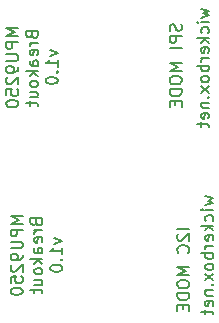
<source format=gbo>
%TF.GenerationSoftware,KiCad,Pcbnew,4.0.4+e1-6308~48~ubuntu16.04.1-stable*%
%TF.CreationDate,2017-01-02T12:50:36-08:00*%
%TF.ProjectId,mpu9250-breakout,6D7075393235302D627265616B6F7574,v1.0*%
%TF.FileFunction,Legend,Bot*%
%FSLAX46Y46*%
G04 Gerber Fmt 4.6, Leading zero omitted, Abs format (unit mm)*
G04 Created by KiCad (PCBNEW 4.0.4+e1-6308~48~ubuntu16.04.1-stable) date Mon Jan  2 12:50:36 2017*
%MOMM*%
%LPD*%
G01*
G04 APERTURE LIST*
%ADD10C,0.350000*%
%ADD11C,0.152400*%
G04 APERTURE END LIST*
D10*
D11*
X151081619Y-112301262D02*
X150065619Y-112301262D01*
X150162381Y-112736691D02*
X150114000Y-112785072D01*
X150065619Y-112881834D01*
X150065619Y-113123738D01*
X150114000Y-113220500D01*
X150162381Y-113268881D01*
X150259143Y-113317262D01*
X150355905Y-113317262D01*
X150501048Y-113268881D01*
X151081619Y-112688310D01*
X151081619Y-113317262D01*
X150984857Y-114333262D02*
X151033238Y-114284881D01*
X151081619Y-114139738D01*
X151081619Y-114042976D01*
X151033238Y-113897834D01*
X150936476Y-113801072D01*
X150839714Y-113752691D01*
X150646190Y-113704310D01*
X150501048Y-113704310D01*
X150307524Y-113752691D01*
X150210762Y-113801072D01*
X150114000Y-113897834D01*
X150065619Y-114042976D01*
X150065619Y-114139738D01*
X150114000Y-114284881D01*
X150162381Y-114333262D01*
X151081619Y-115542786D02*
X150065619Y-115542786D01*
X150791333Y-115881452D01*
X150065619Y-116220119D01*
X151081619Y-116220119D01*
X150065619Y-116897453D02*
X150065619Y-117090976D01*
X150114000Y-117187738D01*
X150210762Y-117284500D01*
X150404286Y-117332881D01*
X150742952Y-117332881D01*
X150936476Y-117284500D01*
X151033238Y-117187738D01*
X151081619Y-117090976D01*
X151081619Y-116897453D01*
X151033238Y-116800691D01*
X150936476Y-116703929D01*
X150742952Y-116655548D01*
X150404286Y-116655548D01*
X150210762Y-116703929D01*
X150114000Y-116800691D01*
X150065619Y-116897453D01*
X151081619Y-117768310D02*
X150065619Y-117768310D01*
X150065619Y-118010215D01*
X150114000Y-118155357D01*
X150210762Y-118252119D01*
X150307524Y-118300500D01*
X150501048Y-118348881D01*
X150646190Y-118348881D01*
X150839714Y-118300500D01*
X150936476Y-118252119D01*
X151033238Y-118155357D01*
X151081619Y-118010215D01*
X151081619Y-117768310D01*
X150549429Y-118784310D02*
X150549429Y-119122976D01*
X151081619Y-119268119D02*
X151081619Y-118784310D01*
X150065619Y-118784310D01*
X150065619Y-119268119D01*
X150398238Y-94980881D02*
X150446619Y-95126024D01*
X150446619Y-95367928D01*
X150398238Y-95464690D01*
X150349857Y-95513071D01*
X150253095Y-95561452D01*
X150156333Y-95561452D01*
X150059571Y-95513071D01*
X150011190Y-95464690D01*
X149962810Y-95367928D01*
X149914429Y-95174405D01*
X149866048Y-95077643D01*
X149817667Y-95029262D01*
X149720905Y-94980881D01*
X149624143Y-94980881D01*
X149527381Y-95029262D01*
X149479000Y-95077643D01*
X149430619Y-95174405D01*
X149430619Y-95416309D01*
X149479000Y-95561452D01*
X150446619Y-95996881D02*
X149430619Y-95996881D01*
X149430619Y-96383928D01*
X149479000Y-96480690D01*
X149527381Y-96529071D01*
X149624143Y-96577452D01*
X149769286Y-96577452D01*
X149866048Y-96529071D01*
X149914429Y-96480690D01*
X149962810Y-96383928D01*
X149962810Y-95996881D01*
X150446619Y-97012881D02*
X149430619Y-97012881D01*
X150446619Y-98270786D02*
X149430619Y-98270786D01*
X150156333Y-98609452D01*
X149430619Y-98948119D01*
X150446619Y-98948119D01*
X149430619Y-99625453D02*
X149430619Y-99818976D01*
X149479000Y-99915738D01*
X149575762Y-100012500D01*
X149769286Y-100060881D01*
X150107952Y-100060881D01*
X150301476Y-100012500D01*
X150398238Y-99915738D01*
X150446619Y-99818976D01*
X150446619Y-99625453D01*
X150398238Y-99528691D01*
X150301476Y-99431929D01*
X150107952Y-99383548D01*
X149769286Y-99383548D01*
X149575762Y-99431929D01*
X149479000Y-99528691D01*
X149430619Y-99625453D01*
X150446619Y-100496310D02*
X149430619Y-100496310D01*
X149430619Y-100738215D01*
X149479000Y-100883357D01*
X149575762Y-100980119D01*
X149672524Y-101028500D01*
X149866048Y-101076881D01*
X150011190Y-101076881D01*
X150204714Y-101028500D01*
X150301476Y-100980119D01*
X150398238Y-100883357D01*
X150446619Y-100738215D01*
X150446619Y-100496310D01*
X149914429Y-101512310D02*
X149914429Y-101850976D01*
X150446619Y-101996119D02*
X150446619Y-101512310D01*
X149430619Y-101512310D01*
X149430619Y-101996119D01*
X136984619Y-111214505D02*
X135968619Y-111214505D01*
X136694333Y-111553171D01*
X135968619Y-111891838D01*
X136984619Y-111891838D01*
X136984619Y-112375648D02*
X135968619Y-112375648D01*
X135968619Y-112762695D01*
X136017000Y-112859457D01*
X136065381Y-112907838D01*
X136162143Y-112956219D01*
X136307286Y-112956219D01*
X136404048Y-112907838D01*
X136452429Y-112859457D01*
X136500810Y-112762695D01*
X136500810Y-112375648D01*
X135968619Y-113391648D02*
X136791095Y-113391648D01*
X136887857Y-113440029D01*
X136936238Y-113488410D01*
X136984619Y-113585172D01*
X136984619Y-113778695D01*
X136936238Y-113875457D01*
X136887857Y-113923838D01*
X136791095Y-113972219D01*
X135968619Y-113972219D01*
X136984619Y-114504410D02*
X136984619Y-114697934D01*
X136936238Y-114794695D01*
X136887857Y-114843076D01*
X136742714Y-114939838D01*
X136549190Y-114988219D01*
X136162143Y-114988219D01*
X136065381Y-114939838D01*
X136017000Y-114891457D01*
X135968619Y-114794695D01*
X135968619Y-114601172D01*
X136017000Y-114504410D01*
X136065381Y-114456029D01*
X136162143Y-114407648D01*
X136404048Y-114407648D01*
X136500810Y-114456029D01*
X136549190Y-114504410D01*
X136597571Y-114601172D01*
X136597571Y-114794695D01*
X136549190Y-114891457D01*
X136500810Y-114939838D01*
X136404048Y-114988219D01*
X136065381Y-115375267D02*
X136017000Y-115423648D01*
X135968619Y-115520410D01*
X135968619Y-115762314D01*
X136017000Y-115859076D01*
X136065381Y-115907457D01*
X136162143Y-115955838D01*
X136258905Y-115955838D01*
X136404048Y-115907457D01*
X136984619Y-115326886D01*
X136984619Y-115955838D01*
X135968619Y-116875076D02*
X135968619Y-116391267D01*
X136452429Y-116342886D01*
X136404048Y-116391267D01*
X136355667Y-116488029D01*
X136355667Y-116729933D01*
X136404048Y-116826695D01*
X136452429Y-116875076D01*
X136549190Y-116923457D01*
X136791095Y-116923457D01*
X136887857Y-116875076D01*
X136936238Y-116826695D01*
X136984619Y-116729933D01*
X136984619Y-116488029D01*
X136936238Y-116391267D01*
X136887857Y-116342886D01*
X135968619Y-117552410D02*
X135968619Y-117649171D01*
X136017000Y-117745933D01*
X136065381Y-117794314D01*
X136162143Y-117842695D01*
X136355667Y-117891076D01*
X136597571Y-117891076D01*
X136791095Y-117842695D01*
X136887857Y-117794314D01*
X136936238Y-117745933D01*
X136984619Y-117649171D01*
X136984619Y-117552410D01*
X136936238Y-117455648D01*
X136887857Y-117407267D01*
X136791095Y-117358886D01*
X136597571Y-117310505D01*
X136355667Y-117310505D01*
X136162143Y-117358886D01*
X136065381Y-117407267D01*
X136017000Y-117455648D01*
X135968619Y-117552410D01*
X138128829Y-111770886D02*
X138177210Y-111916029D01*
X138225590Y-111964410D01*
X138322352Y-112012791D01*
X138467495Y-112012791D01*
X138564257Y-111964410D01*
X138612638Y-111916029D01*
X138661019Y-111819267D01*
X138661019Y-111432220D01*
X137645019Y-111432220D01*
X137645019Y-111770886D01*
X137693400Y-111867648D01*
X137741781Y-111916029D01*
X137838543Y-111964410D01*
X137935305Y-111964410D01*
X138032067Y-111916029D01*
X138080448Y-111867648D01*
X138128829Y-111770886D01*
X138128829Y-111432220D01*
X138661019Y-112448220D02*
X137983686Y-112448220D01*
X138177210Y-112448220D02*
X138080448Y-112496601D01*
X138032067Y-112544982D01*
X137983686Y-112641744D01*
X137983686Y-112738505D01*
X138612638Y-113464219D02*
X138661019Y-113367457D01*
X138661019Y-113173934D01*
X138612638Y-113077172D01*
X138515876Y-113028791D01*
X138128829Y-113028791D01*
X138032067Y-113077172D01*
X137983686Y-113173934D01*
X137983686Y-113367457D01*
X138032067Y-113464219D01*
X138128829Y-113512600D01*
X138225590Y-113512600D01*
X138322352Y-113028791D01*
X138661019Y-114383457D02*
X138128829Y-114383457D01*
X138032067Y-114335076D01*
X137983686Y-114238314D01*
X137983686Y-114044791D01*
X138032067Y-113948029D01*
X138612638Y-114383457D02*
X138661019Y-114286695D01*
X138661019Y-114044791D01*
X138612638Y-113948029D01*
X138515876Y-113899648D01*
X138419114Y-113899648D01*
X138322352Y-113948029D01*
X138273971Y-114044791D01*
X138273971Y-114286695D01*
X138225590Y-114383457D01*
X138661019Y-114867267D02*
X137645019Y-114867267D01*
X138273971Y-114964029D02*
X138661019Y-115254314D01*
X137983686Y-115254314D02*
X138370733Y-114867267D01*
X138661019Y-115834886D02*
X138612638Y-115738124D01*
X138564257Y-115689743D01*
X138467495Y-115641362D01*
X138177210Y-115641362D01*
X138080448Y-115689743D01*
X138032067Y-115738124D01*
X137983686Y-115834886D01*
X137983686Y-115980028D01*
X138032067Y-116076790D01*
X138080448Y-116125171D01*
X138177210Y-116173552D01*
X138467495Y-116173552D01*
X138564257Y-116125171D01*
X138612638Y-116076790D01*
X138661019Y-115980028D01*
X138661019Y-115834886D01*
X137983686Y-117044409D02*
X138661019Y-117044409D01*
X137983686Y-116608981D02*
X138515876Y-116608981D01*
X138612638Y-116657362D01*
X138661019Y-116754124D01*
X138661019Y-116899266D01*
X138612638Y-116996028D01*
X138564257Y-117044409D01*
X137983686Y-117383076D02*
X137983686Y-117770124D01*
X137645019Y-117528219D02*
X138515876Y-117528219D01*
X138612638Y-117576600D01*
X138661019Y-117673362D01*
X138661019Y-117770124D01*
X139660086Y-113077172D02*
X140337419Y-113319077D01*
X139660086Y-113560981D01*
X140337419Y-114480219D02*
X140337419Y-113899648D01*
X140337419Y-114189934D02*
X139321419Y-114189934D01*
X139466562Y-114093172D01*
X139563324Y-113996410D01*
X139611705Y-113899648D01*
X140240657Y-114915648D02*
X140289038Y-114964029D01*
X140337419Y-114915648D01*
X140289038Y-114867267D01*
X140240657Y-114915648D01*
X140337419Y-114915648D01*
X139321419Y-115592982D02*
X139321419Y-115689743D01*
X139369800Y-115786505D01*
X139418181Y-115834886D01*
X139514943Y-115883267D01*
X139708467Y-115931648D01*
X139950371Y-115931648D01*
X140143895Y-115883267D01*
X140240657Y-115834886D01*
X140289038Y-115786505D01*
X140337419Y-115689743D01*
X140337419Y-115592982D01*
X140289038Y-115496220D01*
X140240657Y-115447839D01*
X140143895Y-115399458D01*
X139950371Y-115351077D01*
X139708467Y-115351077D01*
X139514943Y-115399458D01*
X139418181Y-115447839D01*
X139369800Y-115496220D01*
X139321419Y-115592982D01*
X152461686Y-109545363D02*
X153139019Y-109738887D01*
X152655210Y-109932410D01*
X153139019Y-110125934D01*
X152461686Y-110319458D01*
X153139019Y-110706506D02*
X152461686Y-110706506D01*
X152123019Y-110706506D02*
X152171400Y-110658125D01*
X152219781Y-110706506D01*
X152171400Y-110754887D01*
X152123019Y-110706506D01*
X152219781Y-110706506D01*
X153090638Y-111625744D02*
X153139019Y-111528982D01*
X153139019Y-111335459D01*
X153090638Y-111238697D01*
X153042257Y-111190316D01*
X152945495Y-111141935D01*
X152655210Y-111141935D01*
X152558448Y-111190316D01*
X152510067Y-111238697D01*
X152461686Y-111335459D01*
X152461686Y-111528982D01*
X152510067Y-111625744D01*
X153139019Y-112061173D02*
X152123019Y-112061173D01*
X152751971Y-112157935D02*
X153139019Y-112448220D01*
X152461686Y-112448220D02*
X152848733Y-112061173D01*
X153090638Y-113270696D02*
X153139019Y-113173934D01*
X153139019Y-112980411D01*
X153090638Y-112883649D01*
X152993876Y-112835268D01*
X152606829Y-112835268D01*
X152510067Y-112883649D01*
X152461686Y-112980411D01*
X152461686Y-113173934D01*
X152510067Y-113270696D01*
X152606829Y-113319077D01*
X152703590Y-113319077D01*
X152800352Y-112835268D01*
X153139019Y-113754506D02*
X152461686Y-113754506D01*
X152655210Y-113754506D02*
X152558448Y-113802887D01*
X152510067Y-113851268D01*
X152461686Y-113948030D01*
X152461686Y-114044791D01*
X153139019Y-114383458D02*
X152123019Y-114383458D01*
X152510067Y-114383458D02*
X152461686Y-114480220D01*
X152461686Y-114673743D01*
X152510067Y-114770505D01*
X152558448Y-114818886D01*
X152655210Y-114867267D01*
X152945495Y-114867267D01*
X153042257Y-114818886D01*
X153090638Y-114770505D01*
X153139019Y-114673743D01*
X153139019Y-114480220D01*
X153090638Y-114383458D01*
X153139019Y-115447839D02*
X153090638Y-115351077D01*
X153042257Y-115302696D01*
X152945495Y-115254315D01*
X152655210Y-115254315D01*
X152558448Y-115302696D01*
X152510067Y-115351077D01*
X152461686Y-115447839D01*
X152461686Y-115592981D01*
X152510067Y-115689743D01*
X152558448Y-115738124D01*
X152655210Y-115786505D01*
X152945495Y-115786505D01*
X153042257Y-115738124D01*
X153090638Y-115689743D01*
X153139019Y-115592981D01*
X153139019Y-115447839D01*
X153139019Y-116125172D02*
X152461686Y-116657362D01*
X152461686Y-116125172D02*
X153139019Y-116657362D01*
X153042257Y-117044410D02*
X153090638Y-117092791D01*
X153139019Y-117044410D01*
X153090638Y-116996029D01*
X153042257Y-117044410D01*
X153139019Y-117044410D01*
X152461686Y-117528220D02*
X153139019Y-117528220D01*
X152558448Y-117528220D02*
X152510067Y-117576601D01*
X152461686Y-117673363D01*
X152461686Y-117818505D01*
X152510067Y-117915267D01*
X152606829Y-117963648D01*
X153139019Y-117963648D01*
X153090638Y-118834505D02*
X153139019Y-118737743D01*
X153139019Y-118544220D01*
X153090638Y-118447458D01*
X152993876Y-118399077D01*
X152606829Y-118399077D01*
X152510067Y-118447458D01*
X152461686Y-118544220D01*
X152461686Y-118737743D01*
X152510067Y-118834505D01*
X152606829Y-118882886D01*
X152703590Y-118882886D01*
X152800352Y-118399077D01*
X152461686Y-119173172D02*
X152461686Y-119560220D01*
X152123019Y-119318315D02*
X152993876Y-119318315D01*
X153090638Y-119366696D01*
X153139019Y-119463458D01*
X153139019Y-119560220D01*
X136603619Y-95339505D02*
X135587619Y-95339505D01*
X136313333Y-95678171D01*
X135587619Y-96016838D01*
X136603619Y-96016838D01*
X136603619Y-96500648D02*
X135587619Y-96500648D01*
X135587619Y-96887695D01*
X135636000Y-96984457D01*
X135684381Y-97032838D01*
X135781143Y-97081219D01*
X135926286Y-97081219D01*
X136023048Y-97032838D01*
X136071429Y-96984457D01*
X136119810Y-96887695D01*
X136119810Y-96500648D01*
X135587619Y-97516648D02*
X136410095Y-97516648D01*
X136506857Y-97565029D01*
X136555238Y-97613410D01*
X136603619Y-97710172D01*
X136603619Y-97903695D01*
X136555238Y-98000457D01*
X136506857Y-98048838D01*
X136410095Y-98097219D01*
X135587619Y-98097219D01*
X136603619Y-98629410D02*
X136603619Y-98822934D01*
X136555238Y-98919695D01*
X136506857Y-98968076D01*
X136361714Y-99064838D01*
X136168190Y-99113219D01*
X135781143Y-99113219D01*
X135684381Y-99064838D01*
X135636000Y-99016457D01*
X135587619Y-98919695D01*
X135587619Y-98726172D01*
X135636000Y-98629410D01*
X135684381Y-98581029D01*
X135781143Y-98532648D01*
X136023048Y-98532648D01*
X136119810Y-98581029D01*
X136168190Y-98629410D01*
X136216571Y-98726172D01*
X136216571Y-98919695D01*
X136168190Y-99016457D01*
X136119810Y-99064838D01*
X136023048Y-99113219D01*
X135684381Y-99500267D02*
X135636000Y-99548648D01*
X135587619Y-99645410D01*
X135587619Y-99887314D01*
X135636000Y-99984076D01*
X135684381Y-100032457D01*
X135781143Y-100080838D01*
X135877905Y-100080838D01*
X136023048Y-100032457D01*
X136603619Y-99451886D01*
X136603619Y-100080838D01*
X135587619Y-101000076D02*
X135587619Y-100516267D01*
X136071429Y-100467886D01*
X136023048Y-100516267D01*
X135974667Y-100613029D01*
X135974667Y-100854933D01*
X136023048Y-100951695D01*
X136071429Y-101000076D01*
X136168190Y-101048457D01*
X136410095Y-101048457D01*
X136506857Y-101000076D01*
X136555238Y-100951695D01*
X136603619Y-100854933D01*
X136603619Y-100613029D01*
X136555238Y-100516267D01*
X136506857Y-100467886D01*
X135587619Y-101677410D02*
X135587619Y-101774171D01*
X135636000Y-101870933D01*
X135684381Y-101919314D01*
X135781143Y-101967695D01*
X135974667Y-102016076D01*
X136216571Y-102016076D01*
X136410095Y-101967695D01*
X136506857Y-101919314D01*
X136555238Y-101870933D01*
X136603619Y-101774171D01*
X136603619Y-101677410D01*
X136555238Y-101580648D01*
X136506857Y-101532267D01*
X136410095Y-101483886D01*
X136216571Y-101435505D01*
X135974667Y-101435505D01*
X135781143Y-101483886D01*
X135684381Y-101532267D01*
X135636000Y-101580648D01*
X135587619Y-101677410D01*
X137747829Y-95895886D02*
X137796210Y-96041029D01*
X137844590Y-96089410D01*
X137941352Y-96137791D01*
X138086495Y-96137791D01*
X138183257Y-96089410D01*
X138231638Y-96041029D01*
X138280019Y-95944267D01*
X138280019Y-95557220D01*
X137264019Y-95557220D01*
X137264019Y-95895886D01*
X137312400Y-95992648D01*
X137360781Y-96041029D01*
X137457543Y-96089410D01*
X137554305Y-96089410D01*
X137651067Y-96041029D01*
X137699448Y-95992648D01*
X137747829Y-95895886D01*
X137747829Y-95557220D01*
X138280019Y-96573220D02*
X137602686Y-96573220D01*
X137796210Y-96573220D02*
X137699448Y-96621601D01*
X137651067Y-96669982D01*
X137602686Y-96766744D01*
X137602686Y-96863505D01*
X138231638Y-97589219D02*
X138280019Y-97492457D01*
X138280019Y-97298934D01*
X138231638Y-97202172D01*
X138134876Y-97153791D01*
X137747829Y-97153791D01*
X137651067Y-97202172D01*
X137602686Y-97298934D01*
X137602686Y-97492457D01*
X137651067Y-97589219D01*
X137747829Y-97637600D01*
X137844590Y-97637600D01*
X137941352Y-97153791D01*
X138280019Y-98508457D02*
X137747829Y-98508457D01*
X137651067Y-98460076D01*
X137602686Y-98363314D01*
X137602686Y-98169791D01*
X137651067Y-98073029D01*
X138231638Y-98508457D02*
X138280019Y-98411695D01*
X138280019Y-98169791D01*
X138231638Y-98073029D01*
X138134876Y-98024648D01*
X138038114Y-98024648D01*
X137941352Y-98073029D01*
X137892971Y-98169791D01*
X137892971Y-98411695D01*
X137844590Y-98508457D01*
X138280019Y-98992267D02*
X137264019Y-98992267D01*
X137892971Y-99089029D02*
X138280019Y-99379314D01*
X137602686Y-99379314D02*
X137989733Y-98992267D01*
X138280019Y-99959886D02*
X138231638Y-99863124D01*
X138183257Y-99814743D01*
X138086495Y-99766362D01*
X137796210Y-99766362D01*
X137699448Y-99814743D01*
X137651067Y-99863124D01*
X137602686Y-99959886D01*
X137602686Y-100105028D01*
X137651067Y-100201790D01*
X137699448Y-100250171D01*
X137796210Y-100298552D01*
X138086495Y-100298552D01*
X138183257Y-100250171D01*
X138231638Y-100201790D01*
X138280019Y-100105028D01*
X138280019Y-99959886D01*
X137602686Y-101169409D02*
X138280019Y-101169409D01*
X137602686Y-100733981D02*
X138134876Y-100733981D01*
X138231638Y-100782362D01*
X138280019Y-100879124D01*
X138280019Y-101024266D01*
X138231638Y-101121028D01*
X138183257Y-101169409D01*
X137602686Y-101508076D02*
X137602686Y-101895124D01*
X137264019Y-101653219D02*
X138134876Y-101653219D01*
X138231638Y-101701600D01*
X138280019Y-101798362D01*
X138280019Y-101895124D01*
X139279086Y-97202172D02*
X139956419Y-97444077D01*
X139279086Y-97685981D01*
X139956419Y-98605219D02*
X139956419Y-98024648D01*
X139956419Y-98314934D02*
X138940419Y-98314934D01*
X139085562Y-98218172D01*
X139182324Y-98121410D01*
X139230705Y-98024648D01*
X139859657Y-99040648D02*
X139908038Y-99089029D01*
X139956419Y-99040648D01*
X139908038Y-98992267D01*
X139859657Y-99040648D01*
X139956419Y-99040648D01*
X138940419Y-99717982D02*
X138940419Y-99814743D01*
X138988800Y-99911505D01*
X139037181Y-99959886D01*
X139133943Y-100008267D01*
X139327467Y-100056648D01*
X139569371Y-100056648D01*
X139762895Y-100008267D01*
X139859657Y-99959886D01*
X139908038Y-99911505D01*
X139956419Y-99814743D01*
X139956419Y-99717982D01*
X139908038Y-99621220D01*
X139859657Y-99572839D01*
X139762895Y-99524458D01*
X139569371Y-99476077D01*
X139327467Y-99476077D01*
X139133943Y-99524458D01*
X139037181Y-99572839D01*
X138988800Y-99621220D01*
X138940419Y-99717982D01*
X152080686Y-93670363D02*
X152758019Y-93863887D01*
X152274210Y-94057410D01*
X152758019Y-94250934D01*
X152080686Y-94444458D01*
X152758019Y-94831506D02*
X152080686Y-94831506D01*
X151742019Y-94831506D02*
X151790400Y-94783125D01*
X151838781Y-94831506D01*
X151790400Y-94879887D01*
X151742019Y-94831506D01*
X151838781Y-94831506D01*
X152709638Y-95750744D02*
X152758019Y-95653982D01*
X152758019Y-95460459D01*
X152709638Y-95363697D01*
X152661257Y-95315316D01*
X152564495Y-95266935D01*
X152274210Y-95266935D01*
X152177448Y-95315316D01*
X152129067Y-95363697D01*
X152080686Y-95460459D01*
X152080686Y-95653982D01*
X152129067Y-95750744D01*
X152758019Y-96186173D02*
X151742019Y-96186173D01*
X152370971Y-96282935D02*
X152758019Y-96573220D01*
X152080686Y-96573220D02*
X152467733Y-96186173D01*
X152709638Y-97395696D02*
X152758019Y-97298934D01*
X152758019Y-97105411D01*
X152709638Y-97008649D01*
X152612876Y-96960268D01*
X152225829Y-96960268D01*
X152129067Y-97008649D01*
X152080686Y-97105411D01*
X152080686Y-97298934D01*
X152129067Y-97395696D01*
X152225829Y-97444077D01*
X152322590Y-97444077D01*
X152419352Y-96960268D01*
X152758019Y-97879506D02*
X152080686Y-97879506D01*
X152274210Y-97879506D02*
X152177448Y-97927887D01*
X152129067Y-97976268D01*
X152080686Y-98073030D01*
X152080686Y-98169791D01*
X152758019Y-98508458D02*
X151742019Y-98508458D01*
X152129067Y-98508458D02*
X152080686Y-98605220D01*
X152080686Y-98798743D01*
X152129067Y-98895505D01*
X152177448Y-98943886D01*
X152274210Y-98992267D01*
X152564495Y-98992267D01*
X152661257Y-98943886D01*
X152709638Y-98895505D01*
X152758019Y-98798743D01*
X152758019Y-98605220D01*
X152709638Y-98508458D01*
X152758019Y-99572839D02*
X152709638Y-99476077D01*
X152661257Y-99427696D01*
X152564495Y-99379315D01*
X152274210Y-99379315D01*
X152177448Y-99427696D01*
X152129067Y-99476077D01*
X152080686Y-99572839D01*
X152080686Y-99717981D01*
X152129067Y-99814743D01*
X152177448Y-99863124D01*
X152274210Y-99911505D01*
X152564495Y-99911505D01*
X152661257Y-99863124D01*
X152709638Y-99814743D01*
X152758019Y-99717981D01*
X152758019Y-99572839D01*
X152758019Y-100250172D02*
X152080686Y-100782362D01*
X152080686Y-100250172D02*
X152758019Y-100782362D01*
X152661257Y-101169410D02*
X152709638Y-101217791D01*
X152758019Y-101169410D01*
X152709638Y-101121029D01*
X152661257Y-101169410D01*
X152758019Y-101169410D01*
X152080686Y-101653220D02*
X152758019Y-101653220D01*
X152177448Y-101653220D02*
X152129067Y-101701601D01*
X152080686Y-101798363D01*
X152080686Y-101943505D01*
X152129067Y-102040267D01*
X152225829Y-102088648D01*
X152758019Y-102088648D01*
X152709638Y-102959505D02*
X152758019Y-102862743D01*
X152758019Y-102669220D01*
X152709638Y-102572458D01*
X152612876Y-102524077D01*
X152225829Y-102524077D01*
X152129067Y-102572458D01*
X152080686Y-102669220D01*
X152080686Y-102862743D01*
X152129067Y-102959505D01*
X152225829Y-103007886D01*
X152322590Y-103007886D01*
X152419352Y-102524077D01*
X152080686Y-103298172D02*
X152080686Y-103685220D01*
X151742019Y-103443315D02*
X152612876Y-103443315D01*
X152709638Y-103491696D01*
X152758019Y-103588458D01*
X152758019Y-103685220D01*
M02*

</source>
